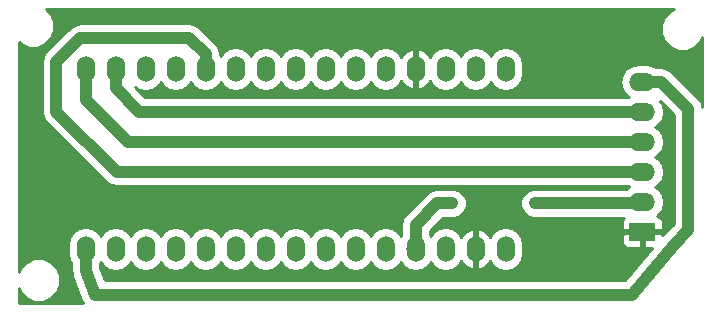
<source format=gbr>
G04 #@! TF.FileFunction,Copper,L2,Bot,Signal*
%FSLAX46Y46*%
G04 Gerber Fmt 4.6, Leading zero omitted, Abs format (unit mm)*
G04 Created by KiCad (PCBNEW 4.0.7-e2-6376~58~ubuntu14.04.1) date Wed Mar  7 22:27:56 2018*
%MOMM*%
%LPD*%
G01*
G04 APERTURE LIST*
%ADD10C,0.100000*%
%ADD11O,1.524000X2.199640*%
%ADD12O,1.524000X2.197100*%
%ADD13O,2.197100X1.524000*%
%ADD14R,2.197100X1.524000*%
%ADD15C,1.000000*%
%ADD16C,1.000000*%
%ADD17C,0.254000*%
G04 APERTURE END LIST*
D10*
D11*
X42030000Y20620000D03*
X39490000Y20620000D03*
X36950000Y20620000D03*
X34410000Y20620000D03*
X31870000Y20620000D03*
X29330000Y20620000D03*
X26790000Y20620000D03*
X24250000Y20620000D03*
X21710000Y20620000D03*
X19170000Y20620000D03*
X16630000Y20620000D03*
X14090000Y20620000D03*
X11550000Y20620000D03*
X9010000Y20620000D03*
X6470000Y20620000D03*
X6470000Y5380000D03*
X9010000Y5380000D03*
X11550000Y5380000D03*
X14090000Y5380000D03*
D12*
X16630000Y5380000D03*
X19170000Y5380000D03*
X21710000Y5380000D03*
X24250000Y5380000D03*
X26790000Y5380000D03*
X29330000Y5380000D03*
X31870000Y5380000D03*
X34410000Y5380000D03*
X36950000Y5380000D03*
X39490000Y5380000D03*
X42030000Y5380000D03*
D13*
X53598800Y14445000D03*
X53598800Y11905000D03*
X53598800Y19525000D03*
X53598800Y16985000D03*
D14*
X53598800Y6825000D03*
D13*
X53598800Y9365000D03*
D15*
X37500000Y9250000D03*
X44500000Y9250000D03*
X34121100Y5376400D03*
D16*
X53598800Y11905000D02*
X9095000Y11905000D01*
X16630000Y21870000D02*
X16630000Y20620000D01*
X15250000Y23250000D02*
X16630000Y21870000D01*
X6000000Y23250000D02*
X15250000Y23250000D01*
X4000000Y21250000D02*
X6000000Y23250000D01*
X4000000Y17000000D02*
X4000000Y21250000D01*
X9095000Y11905000D02*
X4000000Y17000000D01*
X53598800Y16985000D02*
X11015000Y16985000D01*
X9010000Y18990000D02*
X9010000Y20620000D01*
X11015000Y16985000D02*
X9010000Y18990000D01*
X53598800Y14445000D02*
X10055000Y14445000D01*
X6470000Y18030000D02*
X6470000Y20620000D01*
X10055000Y14445000D02*
X6470000Y18030000D01*
X55225000Y19525000D02*
X57500000Y17250000D01*
X56250000Y5750000D02*
X52750000Y1500000D01*
X52750000Y1500000D02*
X7250000Y1500000D01*
X7250000Y1500000D02*
X6470000Y3530000D01*
X6470000Y5380000D02*
X6470000Y3530000D01*
X55225000Y19525000D02*
X53598800Y19525000D01*
X57500000Y7000000D02*
X56250000Y5750000D01*
X57500000Y17250000D02*
X57500000Y7000000D01*
X37500000Y9250000D02*
X36250000Y9250000D01*
X34410000Y5380000D02*
X34410000Y7410000D01*
X44500000Y9250000D02*
X53483800Y9250000D01*
X36250000Y9250000D02*
X34410000Y7410000D01*
X53598800Y9365000D02*
X53483800Y9250000D01*
D17*
G36*
X55966440Y25549758D02*
X55452048Y25036264D01*
X55173318Y24365007D01*
X55172684Y23638182D01*
X55450242Y22966440D01*
X55963736Y22452048D01*
X56634993Y22173318D01*
X57361818Y22172684D01*
X58033560Y22450242D01*
X58547952Y22963736D01*
X58698000Y23325092D01*
X58698000Y17395793D01*
X58633600Y17719553D01*
X58367620Y18117620D01*
X56092620Y20392620D01*
X55694553Y20658600D01*
X55225000Y20752000D01*
X54763411Y20752000D01*
X54540931Y20900657D01*
X53971115Y21014000D01*
X53226485Y21014000D01*
X52656669Y20900657D01*
X52173603Y20577882D01*
X51850828Y20094816D01*
X51737485Y19525000D01*
X51850828Y18955184D01*
X52173603Y18472118D01*
X52498542Y18255000D01*
X52434189Y18212000D01*
X11523240Y18212000D01*
X10631570Y19103670D01*
X10980184Y18870733D01*
X11550000Y18757390D01*
X12119816Y18870733D01*
X12602882Y19193508D01*
X12820000Y19518447D01*
X13037118Y19193508D01*
X13520184Y18870733D01*
X14090000Y18757390D01*
X14659816Y18870733D01*
X15142882Y19193508D01*
X15360000Y19518447D01*
X15577118Y19193508D01*
X16060184Y18870733D01*
X16630000Y18757390D01*
X17199816Y18870733D01*
X17682882Y19193508D01*
X17900000Y19518447D01*
X18117118Y19193508D01*
X18600184Y18870733D01*
X19170000Y18757390D01*
X19739816Y18870733D01*
X20222882Y19193508D01*
X20440000Y19518447D01*
X20657118Y19193508D01*
X21140184Y18870733D01*
X21710000Y18757390D01*
X22279816Y18870733D01*
X22762882Y19193508D01*
X22980000Y19518447D01*
X23197118Y19193508D01*
X23680184Y18870733D01*
X24250000Y18757390D01*
X24819816Y18870733D01*
X25302882Y19193508D01*
X25520000Y19518447D01*
X25737118Y19193508D01*
X26220184Y18870733D01*
X26790000Y18757390D01*
X27359816Y18870733D01*
X27842882Y19193508D01*
X28060000Y19518447D01*
X28277118Y19193508D01*
X28760184Y18870733D01*
X29330000Y18757390D01*
X29899816Y18870733D01*
X30382882Y19193508D01*
X30600000Y19518447D01*
X30817118Y19193508D01*
X31300184Y18870733D01*
X31870000Y18757390D01*
X32439816Y18870733D01*
X32922882Y19193508D01*
X33193536Y19598569D01*
X33511974Y19204550D01*
X33992723Y18942920D01*
X34066930Y18927960D01*
X34283000Y19050460D01*
X34283000Y20493000D01*
X34263000Y20493000D01*
X34263000Y20747000D01*
X34283000Y20747000D01*
X34283000Y22189540D01*
X34537000Y22189540D01*
X34537000Y20747000D01*
X34557000Y20747000D01*
X34557000Y20493000D01*
X34537000Y20493000D01*
X34537000Y19050460D01*
X34753070Y18927960D01*
X34827277Y18942920D01*
X35308026Y19204550D01*
X35626464Y19598569D01*
X35897118Y19193508D01*
X36380184Y18870733D01*
X36950000Y18757390D01*
X37519816Y18870733D01*
X38002882Y19193508D01*
X38220000Y19518447D01*
X38437118Y19193508D01*
X38920184Y18870733D01*
X39490000Y18757390D01*
X40059816Y18870733D01*
X40542882Y19193508D01*
X40760000Y19518447D01*
X40977118Y19193508D01*
X41460184Y18870733D01*
X42030000Y18757390D01*
X42599816Y18870733D01*
X43082882Y19193508D01*
X43405657Y19676574D01*
X43519000Y20246390D01*
X43519000Y20993610D01*
X43405657Y21563426D01*
X43082882Y22046492D01*
X42599816Y22369267D01*
X42030000Y22482610D01*
X41460184Y22369267D01*
X40977118Y22046492D01*
X40760000Y21721553D01*
X40542882Y22046492D01*
X40059816Y22369267D01*
X39490000Y22482610D01*
X38920184Y22369267D01*
X38437118Y22046492D01*
X38220000Y21721553D01*
X38002882Y22046492D01*
X37519816Y22369267D01*
X36950000Y22482610D01*
X36380184Y22369267D01*
X35897118Y22046492D01*
X35626464Y21641431D01*
X35308026Y22035450D01*
X34827277Y22297080D01*
X34753070Y22312040D01*
X34537000Y22189540D01*
X34283000Y22189540D01*
X34066930Y22312040D01*
X33992723Y22297080D01*
X33511974Y22035450D01*
X33193536Y21641431D01*
X32922882Y22046492D01*
X32439816Y22369267D01*
X31870000Y22482610D01*
X31300184Y22369267D01*
X30817118Y22046492D01*
X30600000Y21721553D01*
X30382882Y22046492D01*
X29899816Y22369267D01*
X29330000Y22482610D01*
X28760184Y22369267D01*
X28277118Y22046492D01*
X28060000Y21721553D01*
X27842882Y22046492D01*
X27359816Y22369267D01*
X26790000Y22482610D01*
X26220184Y22369267D01*
X25737118Y22046492D01*
X25520000Y21721553D01*
X25302882Y22046492D01*
X24819816Y22369267D01*
X24250000Y22482610D01*
X23680184Y22369267D01*
X23197118Y22046492D01*
X22980000Y21721553D01*
X22762882Y22046492D01*
X22279816Y22369267D01*
X21710000Y22482610D01*
X21140184Y22369267D01*
X20657118Y22046492D01*
X20440000Y21721553D01*
X20222882Y22046492D01*
X19739816Y22369267D01*
X19170000Y22482610D01*
X18600184Y22369267D01*
X18117118Y22046492D01*
X17900000Y21721553D01*
X17857000Y21785906D01*
X17857000Y21870000D01*
X17763601Y22339552D01*
X17497620Y22737620D01*
X16117620Y24117620D01*
X15719553Y24383600D01*
X15250000Y24477000D01*
X6000000Y24477000D01*
X5530447Y24383600D01*
X5132380Y24117620D01*
X3132380Y22117620D01*
X2866400Y21719553D01*
X2773000Y21250000D01*
X2773000Y17000000D01*
X2866400Y16530447D01*
X3132380Y16132380D01*
X8227380Y11037380D01*
X8625447Y10771400D01*
X9095000Y10678000D01*
X52434189Y10678000D01*
X52498542Y10635000D01*
X52262079Y10477000D01*
X44500000Y10477000D01*
X44257005Y10477212D01*
X43805869Y10290806D01*
X43460407Y9945947D01*
X43273214Y9495136D01*
X43272788Y9007005D01*
X43459194Y8555869D01*
X43804053Y8210407D01*
X44254864Y8023214D01*
X44500000Y8023000D01*
X44500075Y8023000D01*
X44742995Y8022788D01*
X44743508Y8023000D01*
X52038225Y8023000D01*
X51961923Y7946698D01*
X51865250Y7713309D01*
X51865250Y7110750D01*
X52024000Y6952000D01*
X53471800Y6952000D01*
X53471800Y6972000D01*
X53725800Y6972000D01*
X53725800Y6952000D01*
X55173600Y6952000D01*
X55332350Y7110750D01*
X55332350Y7713309D01*
X55235677Y7946698D01*
X55057049Y8125327D01*
X54864073Y8205260D01*
X55023997Y8312118D01*
X55346772Y8795184D01*
X55460115Y9365000D01*
X55346772Y9934816D01*
X55023997Y10417882D01*
X54699058Y10635000D01*
X55023997Y10852118D01*
X55346772Y11335184D01*
X55460115Y11905000D01*
X55346772Y12474816D01*
X55023997Y12957882D01*
X54699058Y13175000D01*
X55023997Y13392118D01*
X55346772Y13875184D01*
X55460115Y14445000D01*
X55346772Y15014816D01*
X55023997Y15497882D01*
X54699058Y15715000D01*
X55023997Y15932118D01*
X55346772Y16415184D01*
X55460115Y16985000D01*
X55346772Y17554816D01*
X55118880Y17895880D01*
X56273000Y16741760D01*
X56273000Y7508240D01*
X55382380Y6617620D01*
X55349147Y6567883D01*
X55324156Y6547444D01*
X55173600Y6698000D01*
X53725800Y6698000D01*
X53725800Y5586750D01*
X53884550Y5428000D01*
X54395302Y5428000D01*
X52170949Y2727000D01*
X8093000Y2727000D01*
X7697000Y3757616D01*
X7697000Y4214094D01*
X7740000Y4278447D01*
X7957118Y3953508D01*
X8440184Y3630733D01*
X9010000Y3517390D01*
X9579816Y3630733D01*
X10062882Y3953508D01*
X10280000Y4278447D01*
X10497118Y3953508D01*
X10980184Y3630733D01*
X11550000Y3517390D01*
X12119816Y3630733D01*
X12602882Y3953508D01*
X12820000Y4278447D01*
X13037118Y3953508D01*
X13520184Y3630733D01*
X14090000Y3517390D01*
X14659816Y3630733D01*
X15142882Y3953508D01*
X15360433Y4279095D01*
X15577118Y3954803D01*
X16060184Y3632028D01*
X16630000Y3518685D01*
X17199816Y3632028D01*
X17682882Y3954803D01*
X17900000Y4279742D01*
X18117118Y3954803D01*
X18600184Y3632028D01*
X19170000Y3518685D01*
X19739816Y3632028D01*
X20222882Y3954803D01*
X20440000Y4279742D01*
X20657118Y3954803D01*
X21140184Y3632028D01*
X21710000Y3518685D01*
X22279816Y3632028D01*
X22762882Y3954803D01*
X22980000Y4279742D01*
X23197118Y3954803D01*
X23680184Y3632028D01*
X24250000Y3518685D01*
X24819816Y3632028D01*
X25302882Y3954803D01*
X25520000Y4279742D01*
X25737118Y3954803D01*
X26220184Y3632028D01*
X26790000Y3518685D01*
X27359816Y3632028D01*
X27842882Y3954803D01*
X28060000Y4279742D01*
X28277118Y3954803D01*
X28760184Y3632028D01*
X29330000Y3518685D01*
X29899816Y3632028D01*
X30382882Y3954803D01*
X30600000Y4279742D01*
X30817118Y3954803D01*
X31300184Y3632028D01*
X31870000Y3518685D01*
X32439816Y3632028D01*
X32922882Y3954803D01*
X33140000Y4279742D01*
X33357118Y3954803D01*
X33840184Y3632028D01*
X34410000Y3518685D01*
X34979816Y3632028D01*
X35462882Y3954803D01*
X35680000Y4279742D01*
X35897118Y3954803D01*
X36380184Y3632028D01*
X36950000Y3518685D01*
X37519816Y3632028D01*
X38002882Y3954803D01*
X38273527Y4359851D01*
X38591974Y3965820D01*
X39072723Y3704190D01*
X39146930Y3689230D01*
X39363000Y3811730D01*
X39363000Y5253000D01*
X39343000Y5253000D01*
X39343000Y5507000D01*
X39363000Y5507000D01*
X39363000Y6948270D01*
X39617000Y6948270D01*
X39617000Y5507000D01*
X39637000Y5507000D01*
X39637000Y5253000D01*
X39617000Y5253000D01*
X39617000Y3811730D01*
X39833070Y3689230D01*
X39907277Y3704190D01*
X40388026Y3965820D01*
X40706473Y4359851D01*
X40977118Y3954803D01*
X41460184Y3632028D01*
X42030000Y3518685D01*
X42599816Y3632028D01*
X43082882Y3954803D01*
X43405657Y4437869D01*
X43519000Y5007685D01*
X43519000Y5752315D01*
X43405657Y6322131D01*
X43260583Y6539250D01*
X51865250Y6539250D01*
X51865250Y5936691D01*
X51961923Y5703302D01*
X52140551Y5524673D01*
X52373940Y5428000D01*
X53313050Y5428000D01*
X53471800Y5586750D01*
X53471800Y6698000D01*
X52024000Y6698000D01*
X51865250Y6539250D01*
X43260583Y6539250D01*
X43082882Y6805197D01*
X42599816Y7127972D01*
X42030000Y7241315D01*
X41460184Y7127972D01*
X40977118Y6805197D01*
X40706473Y6400149D01*
X40388026Y6794180D01*
X39907277Y7055810D01*
X39833070Y7070770D01*
X39617000Y6948270D01*
X39363000Y6948270D01*
X39146930Y7070770D01*
X39072723Y7055810D01*
X38591974Y6794180D01*
X38273527Y6400149D01*
X38002882Y6805197D01*
X37519816Y7127972D01*
X36950000Y7241315D01*
X36380184Y7127972D01*
X35897118Y6805197D01*
X35680000Y6480258D01*
X35637000Y6544611D01*
X35637000Y6901760D01*
X36758240Y8023000D01*
X37500000Y8023000D01*
X37742995Y8022788D01*
X38194131Y8209194D01*
X38539593Y8554053D01*
X38726786Y9004864D01*
X38727212Y9492995D01*
X38540806Y9944131D01*
X38195947Y10289593D01*
X37745136Y10476786D01*
X37500000Y10477000D01*
X37499925Y10477000D01*
X37257005Y10477212D01*
X37256492Y10477000D01*
X36250000Y10477000D01*
X35780447Y10383600D01*
X35639756Y10289593D01*
X35382380Y10117620D01*
X33542380Y8277620D01*
X33276400Y7879553D01*
X33183000Y7410000D01*
X33183000Y6544611D01*
X33140000Y6480258D01*
X32922882Y6805197D01*
X32439816Y7127972D01*
X31870000Y7241315D01*
X31300184Y7127972D01*
X30817118Y6805197D01*
X30600000Y6480258D01*
X30382882Y6805197D01*
X29899816Y7127972D01*
X29330000Y7241315D01*
X28760184Y7127972D01*
X28277118Y6805197D01*
X28060000Y6480258D01*
X27842882Y6805197D01*
X27359816Y7127972D01*
X26790000Y7241315D01*
X26220184Y7127972D01*
X25737118Y6805197D01*
X25520000Y6480258D01*
X25302882Y6805197D01*
X24819816Y7127972D01*
X24250000Y7241315D01*
X23680184Y7127972D01*
X23197118Y6805197D01*
X22980000Y6480258D01*
X22762882Y6805197D01*
X22279816Y7127972D01*
X21710000Y7241315D01*
X21140184Y7127972D01*
X20657118Y6805197D01*
X20440000Y6480258D01*
X20222882Y6805197D01*
X19739816Y7127972D01*
X19170000Y7241315D01*
X18600184Y7127972D01*
X18117118Y6805197D01*
X17900000Y6480258D01*
X17682882Y6805197D01*
X17199816Y7127972D01*
X16630000Y7241315D01*
X16060184Y7127972D01*
X15577118Y6805197D01*
X15360433Y6480905D01*
X15142882Y6806492D01*
X14659816Y7129267D01*
X14090000Y7242610D01*
X13520184Y7129267D01*
X13037118Y6806492D01*
X12820000Y6481553D01*
X12602882Y6806492D01*
X12119816Y7129267D01*
X11550000Y7242610D01*
X10980184Y7129267D01*
X10497118Y6806492D01*
X10280000Y6481553D01*
X10062882Y6806492D01*
X9579816Y7129267D01*
X9010000Y7242610D01*
X8440184Y7129267D01*
X7957118Y6806492D01*
X7740000Y6481553D01*
X7522882Y6806492D01*
X7039816Y7129267D01*
X6470000Y7242610D01*
X5900184Y7129267D01*
X5417118Y6806492D01*
X5094343Y6323426D01*
X4981000Y5753610D01*
X4981000Y5006390D01*
X5094343Y4436574D01*
X5243000Y4214094D01*
X5243000Y3530000D01*
X5286666Y3310478D01*
X5324640Y3089911D01*
X6104639Y1059911D01*
X6113253Y1046269D01*
X6116400Y1030447D01*
X6240744Y844353D01*
X6267486Y802000D01*
X802000Y802000D01*
X802000Y2075213D01*
X950242Y1716440D01*
X1463736Y1202048D01*
X2134993Y923318D01*
X2861818Y922684D01*
X3533560Y1200242D01*
X4047952Y1713736D01*
X4326682Y2384993D01*
X4327316Y3111818D01*
X4049758Y3783560D01*
X3536264Y4297952D01*
X2865007Y4576682D01*
X2138182Y4577316D01*
X1466440Y4299758D01*
X952048Y3786264D01*
X802000Y3424908D01*
X802000Y22864067D01*
X963736Y22702048D01*
X1634993Y22423318D01*
X2361818Y22422684D01*
X3033560Y22700242D01*
X3547952Y23213736D01*
X3826682Y23884993D01*
X3827316Y24611818D01*
X3549758Y25283560D01*
X3136042Y25698000D01*
X56325213Y25698000D01*
X55966440Y25549758D01*
X55966440Y25549758D01*
G37*
X55966440Y25549758D02*
X55452048Y25036264D01*
X55173318Y24365007D01*
X55172684Y23638182D01*
X55450242Y22966440D01*
X55963736Y22452048D01*
X56634993Y22173318D01*
X57361818Y22172684D01*
X58033560Y22450242D01*
X58547952Y22963736D01*
X58698000Y23325092D01*
X58698000Y17395793D01*
X58633600Y17719553D01*
X58367620Y18117620D01*
X56092620Y20392620D01*
X55694553Y20658600D01*
X55225000Y20752000D01*
X54763411Y20752000D01*
X54540931Y20900657D01*
X53971115Y21014000D01*
X53226485Y21014000D01*
X52656669Y20900657D01*
X52173603Y20577882D01*
X51850828Y20094816D01*
X51737485Y19525000D01*
X51850828Y18955184D01*
X52173603Y18472118D01*
X52498542Y18255000D01*
X52434189Y18212000D01*
X11523240Y18212000D01*
X10631570Y19103670D01*
X10980184Y18870733D01*
X11550000Y18757390D01*
X12119816Y18870733D01*
X12602882Y19193508D01*
X12820000Y19518447D01*
X13037118Y19193508D01*
X13520184Y18870733D01*
X14090000Y18757390D01*
X14659816Y18870733D01*
X15142882Y19193508D01*
X15360000Y19518447D01*
X15577118Y19193508D01*
X16060184Y18870733D01*
X16630000Y18757390D01*
X17199816Y18870733D01*
X17682882Y19193508D01*
X17900000Y19518447D01*
X18117118Y19193508D01*
X18600184Y18870733D01*
X19170000Y18757390D01*
X19739816Y18870733D01*
X20222882Y19193508D01*
X20440000Y19518447D01*
X20657118Y19193508D01*
X21140184Y18870733D01*
X21710000Y18757390D01*
X22279816Y18870733D01*
X22762882Y19193508D01*
X22980000Y19518447D01*
X23197118Y19193508D01*
X23680184Y18870733D01*
X24250000Y18757390D01*
X24819816Y18870733D01*
X25302882Y19193508D01*
X25520000Y19518447D01*
X25737118Y19193508D01*
X26220184Y18870733D01*
X26790000Y18757390D01*
X27359816Y18870733D01*
X27842882Y19193508D01*
X28060000Y19518447D01*
X28277118Y19193508D01*
X28760184Y18870733D01*
X29330000Y18757390D01*
X29899816Y18870733D01*
X30382882Y19193508D01*
X30600000Y19518447D01*
X30817118Y19193508D01*
X31300184Y18870733D01*
X31870000Y18757390D01*
X32439816Y18870733D01*
X32922882Y19193508D01*
X33193536Y19598569D01*
X33511974Y19204550D01*
X33992723Y18942920D01*
X34066930Y18927960D01*
X34283000Y19050460D01*
X34283000Y20493000D01*
X34263000Y20493000D01*
X34263000Y20747000D01*
X34283000Y20747000D01*
X34283000Y22189540D01*
X34537000Y22189540D01*
X34537000Y20747000D01*
X34557000Y20747000D01*
X34557000Y20493000D01*
X34537000Y20493000D01*
X34537000Y19050460D01*
X34753070Y18927960D01*
X34827277Y18942920D01*
X35308026Y19204550D01*
X35626464Y19598569D01*
X35897118Y19193508D01*
X36380184Y18870733D01*
X36950000Y18757390D01*
X37519816Y18870733D01*
X38002882Y19193508D01*
X38220000Y19518447D01*
X38437118Y19193508D01*
X38920184Y18870733D01*
X39490000Y18757390D01*
X40059816Y18870733D01*
X40542882Y19193508D01*
X40760000Y19518447D01*
X40977118Y19193508D01*
X41460184Y18870733D01*
X42030000Y18757390D01*
X42599816Y18870733D01*
X43082882Y19193508D01*
X43405657Y19676574D01*
X43519000Y20246390D01*
X43519000Y20993610D01*
X43405657Y21563426D01*
X43082882Y22046492D01*
X42599816Y22369267D01*
X42030000Y22482610D01*
X41460184Y22369267D01*
X40977118Y22046492D01*
X40760000Y21721553D01*
X40542882Y22046492D01*
X40059816Y22369267D01*
X39490000Y22482610D01*
X38920184Y22369267D01*
X38437118Y22046492D01*
X38220000Y21721553D01*
X38002882Y22046492D01*
X37519816Y22369267D01*
X36950000Y22482610D01*
X36380184Y22369267D01*
X35897118Y22046492D01*
X35626464Y21641431D01*
X35308026Y22035450D01*
X34827277Y22297080D01*
X34753070Y22312040D01*
X34537000Y22189540D01*
X34283000Y22189540D01*
X34066930Y22312040D01*
X33992723Y22297080D01*
X33511974Y22035450D01*
X33193536Y21641431D01*
X32922882Y22046492D01*
X32439816Y22369267D01*
X31870000Y22482610D01*
X31300184Y22369267D01*
X30817118Y22046492D01*
X30600000Y21721553D01*
X30382882Y22046492D01*
X29899816Y22369267D01*
X29330000Y22482610D01*
X28760184Y22369267D01*
X28277118Y22046492D01*
X28060000Y21721553D01*
X27842882Y22046492D01*
X27359816Y22369267D01*
X26790000Y22482610D01*
X26220184Y22369267D01*
X25737118Y22046492D01*
X25520000Y21721553D01*
X25302882Y22046492D01*
X24819816Y22369267D01*
X24250000Y22482610D01*
X23680184Y22369267D01*
X23197118Y22046492D01*
X22980000Y21721553D01*
X22762882Y22046492D01*
X22279816Y22369267D01*
X21710000Y22482610D01*
X21140184Y22369267D01*
X20657118Y22046492D01*
X20440000Y21721553D01*
X20222882Y22046492D01*
X19739816Y22369267D01*
X19170000Y22482610D01*
X18600184Y22369267D01*
X18117118Y22046492D01*
X17900000Y21721553D01*
X17857000Y21785906D01*
X17857000Y21870000D01*
X17763601Y22339552D01*
X17497620Y22737620D01*
X16117620Y24117620D01*
X15719553Y24383600D01*
X15250000Y24477000D01*
X6000000Y24477000D01*
X5530447Y24383600D01*
X5132380Y24117620D01*
X3132380Y22117620D01*
X2866400Y21719553D01*
X2773000Y21250000D01*
X2773000Y17000000D01*
X2866400Y16530447D01*
X3132380Y16132380D01*
X8227380Y11037380D01*
X8625447Y10771400D01*
X9095000Y10678000D01*
X52434189Y10678000D01*
X52498542Y10635000D01*
X52262079Y10477000D01*
X44500000Y10477000D01*
X44257005Y10477212D01*
X43805869Y10290806D01*
X43460407Y9945947D01*
X43273214Y9495136D01*
X43272788Y9007005D01*
X43459194Y8555869D01*
X43804053Y8210407D01*
X44254864Y8023214D01*
X44500000Y8023000D01*
X44500075Y8023000D01*
X44742995Y8022788D01*
X44743508Y8023000D01*
X52038225Y8023000D01*
X51961923Y7946698D01*
X51865250Y7713309D01*
X51865250Y7110750D01*
X52024000Y6952000D01*
X53471800Y6952000D01*
X53471800Y6972000D01*
X53725800Y6972000D01*
X53725800Y6952000D01*
X55173600Y6952000D01*
X55332350Y7110750D01*
X55332350Y7713309D01*
X55235677Y7946698D01*
X55057049Y8125327D01*
X54864073Y8205260D01*
X55023997Y8312118D01*
X55346772Y8795184D01*
X55460115Y9365000D01*
X55346772Y9934816D01*
X55023997Y10417882D01*
X54699058Y10635000D01*
X55023997Y10852118D01*
X55346772Y11335184D01*
X55460115Y11905000D01*
X55346772Y12474816D01*
X55023997Y12957882D01*
X54699058Y13175000D01*
X55023997Y13392118D01*
X55346772Y13875184D01*
X55460115Y14445000D01*
X55346772Y15014816D01*
X55023997Y15497882D01*
X54699058Y15715000D01*
X55023997Y15932118D01*
X55346772Y16415184D01*
X55460115Y16985000D01*
X55346772Y17554816D01*
X55118880Y17895880D01*
X56273000Y16741760D01*
X56273000Y7508240D01*
X55382380Y6617620D01*
X55349147Y6567883D01*
X55324156Y6547444D01*
X55173600Y6698000D01*
X53725800Y6698000D01*
X53725800Y5586750D01*
X53884550Y5428000D01*
X54395302Y5428000D01*
X52170949Y2727000D01*
X8093000Y2727000D01*
X7697000Y3757616D01*
X7697000Y4214094D01*
X7740000Y4278447D01*
X7957118Y3953508D01*
X8440184Y3630733D01*
X9010000Y3517390D01*
X9579816Y3630733D01*
X10062882Y3953508D01*
X10280000Y4278447D01*
X10497118Y3953508D01*
X10980184Y3630733D01*
X11550000Y3517390D01*
X12119816Y3630733D01*
X12602882Y3953508D01*
X12820000Y4278447D01*
X13037118Y3953508D01*
X13520184Y3630733D01*
X14090000Y3517390D01*
X14659816Y3630733D01*
X15142882Y3953508D01*
X15360433Y4279095D01*
X15577118Y3954803D01*
X16060184Y3632028D01*
X16630000Y3518685D01*
X17199816Y3632028D01*
X17682882Y3954803D01*
X17900000Y4279742D01*
X18117118Y3954803D01*
X18600184Y3632028D01*
X19170000Y3518685D01*
X19739816Y3632028D01*
X20222882Y3954803D01*
X20440000Y4279742D01*
X20657118Y3954803D01*
X21140184Y3632028D01*
X21710000Y3518685D01*
X22279816Y3632028D01*
X22762882Y3954803D01*
X22980000Y4279742D01*
X23197118Y3954803D01*
X23680184Y3632028D01*
X24250000Y3518685D01*
X24819816Y3632028D01*
X25302882Y3954803D01*
X25520000Y4279742D01*
X25737118Y3954803D01*
X26220184Y3632028D01*
X26790000Y3518685D01*
X27359816Y3632028D01*
X27842882Y3954803D01*
X28060000Y4279742D01*
X28277118Y3954803D01*
X28760184Y3632028D01*
X29330000Y3518685D01*
X29899816Y3632028D01*
X30382882Y3954803D01*
X30600000Y4279742D01*
X30817118Y3954803D01*
X31300184Y3632028D01*
X31870000Y3518685D01*
X32439816Y3632028D01*
X32922882Y3954803D01*
X33140000Y4279742D01*
X33357118Y3954803D01*
X33840184Y3632028D01*
X34410000Y3518685D01*
X34979816Y3632028D01*
X35462882Y3954803D01*
X35680000Y4279742D01*
X35897118Y3954803D01*
X36380184Y3632028D01*
X36950000Y3518685D01*
X37519816Y3632028D01*
X38002882Y3954803D01*
X38273527Y4359851D01*
X38591974Y3965820D01*
X39072723Y3704190D01*
X39146930Y3689230D01*
X39363000Y3811730D01*
X39363000Y5253000D01*
X39343000Y5253000D01*
X39343000Y5507000D01*
X39363000Y5507000D01*
X39363000Y6948270D01*
X39617000Y6948270D01*
X39617000Y5507000D01*
X39637000Y5507000D01*
X39637000Y5253000D01*
X39617000Y5253000D01*
X39617000Y3811730D01*
X39833070Y3689230D01*
X39907277Y3704190D01*
X40388026Y3965820D01*
X40706473Y4359851D01*
X40977118Y3954803D01*
X41460184Y3632028D01*
X42030000Y3518685D01*
X42599816Y3632028D01*
X43082882Y3954803D01*
X43405657Y4437869D01*
X43519000Y5007685D01*
X43519000Y5752315D01*
X43405657Y6322131D01*
X43260583Y6539250D01*
X51865250Y6539250D01*
X51865250Y5936691D01*
X51961923Y5703302D01*
X52140551Y5524673D01*
X52373940Y5428000D01*
X53313050Y5428000D01*
X53471800Y5586750D01*
X53471800Y6698000D01*
X52024000Y6698000D01*
X51865250Y6539250D01*
X43260583Y6539250D01*
X43082882Y6805197D01*
X42599816Y7127972D01*
X42030000Y7241315D01*
X41460184Y7127972D01*
X40977118Y6805197D01*
X40706473Y6400149D01*
X40388026Y6794180D01*
X39907277Y7055810D01*
X39833070Y7070770D01*
X39617000Y6948270D01*
X39363000Y6948270D01*
X39146930Y7070770D01*
X39072723Y7055810D01*
X38591974Y6794180D01*
X38273527Y6400149D01*
X38002882Y6805197D01*
X37519816Y7127972D01*
X36950000Y7241315D01*
X36380184Y7127972D01*
X35897118Y6805197D01*
X35680000Y6480258D01*
X35637000Y6544611D01*
X35637000Y6901760D01*
X36758240Y8023000D01*
X37500000Y8023000D01*
X37742995Y8022788D01*
X38194131Y8209194D01*
X38539593Y8554053D01*
X38726786Y9004864D01*
X38727212Y9492995D01*
X38540806Y9944131D01*
X38195947Y10289593D01*
X37745136Y10476786D01*
X37500000Y10477000D01*
X37499925Y10477000D01*
X37257005Y10477212D01*
X37256492Y10477000D01*
X36250000Y10477000D01*
X35780447Y10383600D01*
X35639756Y10289593D01*
X35382380Y10117620D01*
X33542380Y8277620D01*
X33276400Y7879553D01*
X33183000Y7410000D01*
X33183000Y6544611D01*
X33140000Y6480258D01*
X32922882Y6805197D01*
X32439816Y7127972D01*
X31870000Y7241315D01*
X31300184Y7127972D01*
X30817118Y6805197D01*
X30600000Y6480258D01*
X30382882Y6805197D01*
X29899816Y7127972D01*
X29330000Y7241315D01*
X28760184Y7127972D01*
X28277118Y6805197D01*
X28060000Y6480258D01*
X27842882Y6805197D01*
X27359816Y7127972D01*
X26790000Y7241315D01*
X26220184Y7127972D01*
X25737118Y6805197D01*
X25520000Y6480258D01*
X25302882Y6805197D01*
X24819816Y7127972D01*
X24250000Y7241315D01*
X23680184Y7127972D01*
X23197118Y6805197D01*
X22980000Y6480258D01*
X22762882Y6805197D01*
X22279816Y7127972D01*
X21710000Y7241315D01*
X21140184Y7127972D01*
X20657118Y6805197D01*
X20440000Y6480258D01*
X20222882Y6805197D01*
X19739816Y7127972D01*
X19170000Y7241315D01*
X18600184Y7127972D01*
X18117118Y6805197D01*
X17900000Y6480258D01*
X17682882Y6805197D01*
X17199816Y7127972D01*
X16630000Y7241315D01*
X16060184Y7127972D01*
X15577118Y6805197D01*
X15360433Y6480905D01*
X15142882Y6806492D01*
X14659816Y7129267D01*
X14090000Y7242610D01*
X13520184Y7129267D01*
X13037118Y6806492D01*
X12820000Y6481553D01*
X12602882Y6806492D01*
X12119816Y7129267D01*
X11550000Y7242610D01*
X10980184Y7129267D01*
X10497118Y6806492D01*
X10280000Y6481553D01*
X10062882Y6806492D01*
X9579816Y7129267D01*
X9010000Y7242610D01*
X8440184Y7129267D01*
X7957118Y6806492D01*
X7740000Y6481553D01*
X7522882Y6806492D01*
X7039816Y7129267D01*
X6470000Y7242610D01*
X5900184Y7129267D01*
X5417118Y6806492D01*
X5094343Y6323426D01*
X4981000Y5753610D01*
X4981000Y5006390D01*
X5094343Y4436574D01*
X5243000Y4214094D01*
X5243000Y3530000D01*
X5286666Y3310478D01*
X5324640Y3089911D01*
X6104639Y1059911D01*
X6113253Y1046269D01*
X6116400Y1030447D01*
X6240744Y844353D01*
X6267486Y802000D01*
X802000Y802000D01*
X802000Y2075213D01*
X950242Y1716440D01*
X1463736Y1202048D01*
X2134993Y923318D01*
X2861818Y922684D01*
X3533560Y1200242D01*
X4047952Y1713736D01*
X4326682Y2384993D01*
X4327316Y3111818D01*
X4049758Y3783560D01*
X3536264Y4297952D01*
X2865007Y4576682D01*
X2138182Y4577316D01*
X1466440Y4299758D01*
X952048Y3786264D01*
X802000Y3424908D01*
X802000Y22864067D01*
X963736Y22702048D01*
X1634993Y22423318D01*
X2361818Y22422684D01*
X3033560Y22700242D01*
X3547952Y23213736D01*
X3826682Y23884993D01*
X3827316Y24611818D01*
X3549758Y25283560D01*
X3136042Y25698000D01*
X56325213Y25698000D01*
X55966440Y25549758D01*
M02*

</source>
